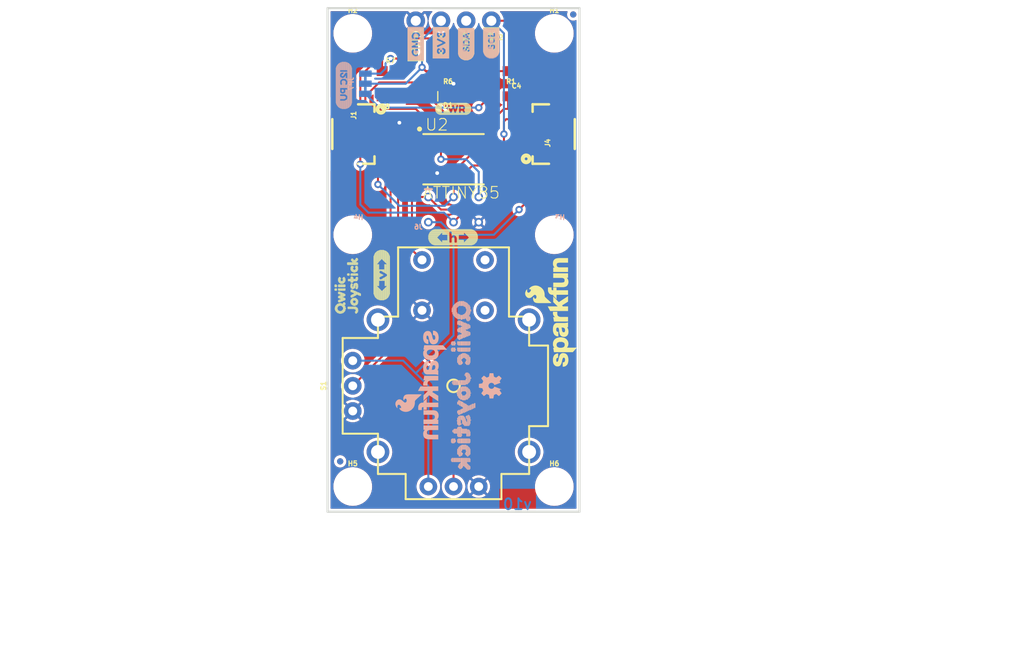
<source format=kicad_pcb>
(kicad_pcb (version 20211014) (generator pcbnew)
  (layers (0 "F.Cu" signal) (31 "B.Cu" signal) (34 "B.Paste" user) (35 "F.Paste" user) (36 "B.SilkS" user "B.Silkscreen") (37 "F.SilkS" user "F.Silkscreen") (38 "B.Mask" user) (39 "F.Mask" user) (44 "Edge.Cuts" user))
  (net 0 "")
  (net 1 "3.3V")
  (net 2 "GND")
  (net 3 "~{RST}")
  (net 4 "N$1")
  (net 5 "SCL")
  (net 6 "SDA")
  (net 7 "VERTICAL")
  (net 8 "HORIZONTAL")
  (net 9 "MISO/6/SELECT")
  (net 10 "N$2")
  (net 11 "N$3")
  (footprint "eagleBoard:ATTINY85" (layer "F.Cu") (at 148.5011 94.8436)
    (fp_text reference "U2" (at -2.921 -2.794) (layer "F.SilkS") (effects (font (size 1.1684 1.1684) (thickness 0.1016)) (justify left bottom)))
    (fp_text value "ATTINY85" (at -3.175 4.064) (layer "F.SilkS") (effects (font (size 1.1684 1.1684) (thickness 0.1016)) (justify left bottom)))
    (pad "1" smd rect (at -3.683 -1.905 270) (size 0.762 1.524) (layers "F.Cu" "F.Paste" "F.Mask") (net 3 "~{RST}"))
    (pad "2" smd rect (at -3.683 -0.635 270) (size 0.762 1.524) (layers "F.Cu" "F.Paste" "F.Mask") (net 7 "VERTICAL"))
    (pad "3" smd rect (at -3.683 0.635 270) (size 0.762 1.524) (layers "F.Cu" "F.Paste" "F.Mask") (net 8 "HORIZONTAL"))
    (pad "4" smd rect (at -3.683 1.905 270) (size 0.762 1.524) (layers "F.Cu" "F.Paste" "F.Mask") (net 2 "GND"))
    (pad "5" smd rect (at 3.727 1.905 90) (size 0.762 1.524) (layers "F.Cu" "F.Paste" "F.Mask") (net 6 "SDA"))
    (pad "6" smd rect (at 3.727 0.635 90) (size 0.762 1.524) (layers "F.Cu" "F.Paste" "F.Mask") (net 9 "MISO/6/SELECT"))
    (pad "7" smd rect (at 3.727 -0.635 90) (size 0.762 1.524) (layers "F.Cu" "F.Paste" "F.Mask") (net 5 "SCL"))
    (pad "8" smd rect (at 3.727 -1.905 90) (size 0.762 1.524) (layers "F.Cu" "F.Paste" "F.Mask") (net 1 "3.3V"))
  )
  (footprint "eagleBoard:STAND-OFF" (layer "F.Cu") (at 158.6611 82.1436)
    (fp_text reference "H1" (at 0 -2.032) (layer "F.SilkS") (effects (font (size 0.48768 0.48768) (thickness 0.12192)) (justify bottom)))
    (fp_text value "STAND-OFF")
    (pad "" np_thru_hole circle (at 0 0) (size 3.302 3.302) (drill 3.302) (layers *.Cu *.Mask))
  )
  (footprint "eagleBoard:1X04_NO_SILK" (layer "F.Cu") (at 152.3111 80.8736 180)
    (fp_text reference "J2" (at -1.27 -1.397 180) (layer "F.SilkS") (effects (font (size 0.48768 0.48768) (thickness 0.12192)) (justify right top)))
    (fp_text value "")
    (pad "1" thru_hole circle (at 0 0 270) (size 1.8796 1.8796) (drill 1.016) (layers *.Cu *.Mask) (net 5 "SCL"))
    (pad "2" thru_hole circle (at 2.54 0 270) (size 1.8796 1.8796) (drill 1.016) (layers *.Cu *.Mask) (net 6 "SDA"))
    (pad "3" thru_hole circle (at 5.08 0 270) (size 1.8796 1.8796) (drill 1.016) (layers *.Cu *.Mask) (net 1 "3.3V"))
    (pad "4" thru_hole circle (at 7.62 0 270) (size 1.8796 1.8796) (drill 1.016) (layers *.Cu *.Mask) (net 2 "GND"))
  )
  (footprint "eagleBoard:STAND-OFF" (layer "F.Cu") (at 158.6611 127.8636)
    (fp_text reference "H6" (at 0 -2.032) (layer "F.SilkS") (effects (font (size 0.48768 0.48768) (thickness 0.12192)) (justify bottom)))
    (fp_text value "STAND-OFF")
    (pad "" np_thru_hole circle (at 0 0) (size 3.302 3.302) (drill 3.302) (layers *.Cu *.Mask))
  )
  (footprint "eagleBoard:MICRO-FIDUCIAL" (layer "F.Cu") (at 137.0711 125.3236)
    (fp_text reference "JP2" hide)
    (fp_text value "FIDUCIALUFIDUCIAL" hide)
    (pad "1" smd roundrect (at 0 0) (size 0.635 0.635) (layers "F.Cu" "F.Mask") (roundrect_rratio 0.5))
  )
  (footprint "eagleBoard:##H##0" (layer "F.Cu") (at 145.8341 102.7176)
    (fp_text reference "U$15" hide)
    (fp_text value "" hide)
  )
  (footprint "eagleBoard:STAND-OFF" (layer "F.Cu") (at 138.3411 127.8636)
    (fp_text reference "H5" (at 0 -2.032) (layer "F.SilkS") (effects (font (size 0.48768 0.48768) (thickness 0.12192)) (justify bottom)))
    (fp_text value "STAND-OFF")
    (pad "" np_thru_hole circle (at 0 0) (size 3.302 3.302) (drill 3.302) (layers *.Cu *.Mask))
  )
  (footprint "eagleBoard:0603" (layer "F.Cu") (at 142.1511 88.4936 180)
    (fp_text reference "R8" (at 0 -0.762 180) (layer "F.SilkS") (effects (font (size 0.48768 0.48768) (thickness 0.12192)) (justify right top)))
    (fp_text value "10k")
    (pad "1" smd rect (at -0.85 0 180) (size 1.1 1) (layers "F.Cu" "F.Paste" "F.Mask") (net 1 "3.3V"))
    (pad "2" smd rect (at 0.85 0 180) (size 1.1 1) (layers "F.Cu" "F.Paste" "F.Mask") (net 3 "~{RST}"))
  )
  (footprint "eagleBoard:1X04_1MM_RA" (layer "F.Cu") (at 156.1211 92.3036 90)
    (fp_text reference "J4" (at -1.397 2.159 90) (layer "F.SilkS") (effects (font (size 0.48768 0.48768) (thickness 0.12192)) (justify left bottom)))
    (fp_text value "")
    (pad "1" smd rect (at -1.5 0 90) (size 0.6 1.35) (layers "F.Cu" "F.Paste" "F.Mask") (net 2 "GND"))
    (pad "2" smd rect (at -0.5 0 90) (size 0.6 1.35) (layers "F.Cu" "F.Paste" "F.Mask") (net 1 "3.3V"))
    (pad "3" smd rect (at 0.5 0 90) (size 0.6 1.35) (layers "F.Cu" "F.Paste" "F.Mask") (net 6 "SDA"))
    (pad "4" smd rect (at 1.5 0 90) (size 0.6 1.35) (layers "F.Cu" "F.Paste" "F.Mask") (net 5 "SCL"))
    (pad "NC1" smd rect (at 2.8 3.675 90) (size 1.2 2) (layers "F.Cu" "F.Paste" "F.Mask"))
    (pad "NC2" smd rect (at -2.8 3.675 90) (size 1.2 2) (layers "F.Cu" "F.Paste" "F.Mask"))
  )
  (footprint "eagleBoard:SDA2" (layer "F.Cu") (at 149.7711 84.9376 90)
    (fp_text reference "U$12" hide)
    (fp_text value "" hide)
  )
  (footprint "eagleBoard:SFE_LOGO_NAME_FLAME_.1" (layer "F.Cu") (at 159.4231 110.2106 90)
    (fp_text reference "U$2" hide)
    (fp_text value "SFE_LOGO_NAME_FLAME.1_INCH" hide)
  )
  (footprint "eagleBoard:JOYSTICK0" (layer "F.Cu") (at 138.3411 111.3536 90)
    (fp_text reference "U$10" hide)
    (fp_text value "" hide)
  )
  (footprint "eagleBoard:LED-0603" (layer "F.Cu") (at 148.5011 88.4936 180)
    (fp_text reference "D1" (at 0 -0.635 180) (layer "F.SilkS") (effects (font (size 0.48768 0.48768) (thickness 0.12192)) (justify right top)))
    (fp_text value "RED")
    (pad "A" smd roundrect (at -0.877 0 90) (size 1 1) (layers "F.Cu" "F.Paste" "F.Mask") (roundrect_rratio 0.15) (net 4 "N$1"))
    (pad "C" smd roundrect (at 0.877 0 90) (size 1 1) (layers "F.Cu" "F.Paste" "F.Mask") (roundrect_rratio 0.15) (net 2 "GND"))
  )
  (footprint "eagleBoard:QWIIC0" (layer "F.Cu") (at 137.0711 111.3536 90)
    (fp_text reference "U$3" hide)
    (fp_text value "" hide)
  )
  (footprint "eagleBoard:0603" (layer "F.Cu") (at 148.5011 85.9536 180)
    (fp_text reference "R6" (at 0 -0.762 180) (layer "F.SilkS") (effects (font (size 0.48768 0.48768) (thickness 0.12192)) (justify right top)))
    (fp_text value "1k")
    (pad "1" smd rect (at -0.85 0 180) (size 1.1 1) (layers "F.Cu" "F.Paste" "F.Mask") (net 4 "N$1"))
    (pad "2" smd rect (at 0.85 0 180) (size 1.1 1) (layers "F.Cu" "F.Paste" "F.Mask") (net 1 "3.3V"))
  )
  (footprint "eagleBoard:1X04_1MM_RA" (layer "F.Cu") (at 140.8811 92.3036 -90)
    (fp_text reference "J1" (at -1.397 2.159 -90) (layer "F.SilkS") (effects (font (size 0.48768 0.48768) (thickness 0.12192)) (justify left bottom)))
    (fp_text value "")
    (pad "1" smd rect (at -1.5 0 270) (size 0.6 1.35) (layers "F.Cu" "F.Paste" "F.Mask") (net 2 "GND"))
    (pad "2" smd rect (at -0.5 0 270) (size 0.6 1.35) (layers "F.Cu" "F.Paste" "F.Mask") (net 1 "3.3V"))
    (pad "3" smd rect (at 0.5 0 270) (size 0.6 1.35) (layers "F.Cu" "F.Paste" "F.Mask") (net 6 "SDA"))
    (pad "4" smd rect (at 1.5 0 270) (size 0.6 1.35) (layers "F.Cu" "F.Paste" "F.Mask") (net 5 "SCL"))
    (pad "NC1" smd rect (at 2.8 3.675 270) (size 1.2 2) (layers "F.Cu" "F.Paste" "F.Mask"))
    (pad "NC2" smd rect (at -2.8 3.675 270) (size 1.2 2) (layers "F.Cu" "F.Paste" "F.Mask"))
  )
  (footprint "eagleBoard:##V##1" (layer "F.Cu") (at 141.2621 109.1946 90)
    (fp_text reference "U$7" hide)
    (fp_text value "" hide)
  )
  (footprint "eagleBoard:3V35" (layer "F.Cu") (at 147.2311 85.1916 90)
    (fp_text reference "U$16" hide)
    (fp_text value "" hide)
  )
  (footprint "eagleBoard:PWR-()-03" (layer "F.Cu") (at 146.5961 89.7636)
    (fp_text reference "U$14" hide)
    (fp_text value "" hide)
  )
  (footprint "eagleBoard:GND4" (layer "F.Cu") (at 144.6911 85.4456 90)
    (fp_text reference "U$6" hide)
    (fp_text value "" hide)
  )
  (footprint "eagleBoard:0603" (layer "F.Cu") (at 142.1511 85.9536)
    (fp_text reference "R7" (at 0 -0.762) (layer "F.SilkS") (effects (font (size 0.48768 0.48768) (thickness 0.12192)) (justify bottom)))
    (fp_text value "2.2k")
    (pad "1" smd rect (at -0.85 0) (size 1.1 1) (layers "F.Cu" "F.Paste" "F.Mask") (net 6 "SDA"))
    (pad "2" smd rect (at 0.85 0) (size 1.1 1) (layers "F.Cu" "F.Paste" "F.Mask") (net 10 "N$2"))
  )
  (footprint "eagleBoard:MICRO-FIDUCIAL" (layer "F.Cu") (at 160.5661 80.2386 -90)
    (fp_text reference "JP1" hide)
    (fp_text value "FIDUCIALUFIDUCIAL" hide)
    (pad "1" smd roundrect (at 0 0 270) (size 0.635 0.635) (layers "F.Cu" "F.Mask") (roundrect_rratio 0.5))
  )
  (footprint "eagleBoard:0603" (layer "F.Cu") (at 154.8511 85.9536 180)
    (fp_text reference "R1" (at 0 -0.762 180) (layer "F.SilkS") (effects (font (size 0.48768 0.48768) (thickness 0.12192)) (justify right top)))
    (fp_text value "2.2k")
    (pad "1" smd rect (at -0.85 0 180) (size 1.1 1) (layers "F.Cu" "F.Paste" "F.Mask") (net 5 "SCL"))
    (pad "2" smd rect (at 0.85 0 180) (size 1.1 1) (layers "F.Cu" "F.Paste" "F.Mask") (net 11 "N$3"))
  )
  (footprint "eagleBoard:0603" (layer "F.Cu") (at 154.8511 88.4936)
    (fp_text reference "C4" (at 0 -0.762) (layer "F.SilkS") (effects (font (size 0.48768 0.48768) (thickness 0.12192)) (justify bottom)))
    (fp_text value "0.1uF")
    (pad "1" smd rect (at -0.85 0) (size 1.1 1) (layers "F.Cu" "F.Paste" "F.Mask") (net 1 "3.3V"))
    (pad "2" smd rect (at 0.85 0) (size 1.1 1) (layers "F.Cu" "F.Paste" "F.Mask") (net 2 "GND"))
  )
  (footprint "eagleBoard:STAND-OFF" (layer "F.Cu") (at 138.3411 82.1436)
    (fp_text reference "H2" (at 0 -2.032) (layer "F.SilkS") (effects (font (size 0.48768 0.48768) (thickness 0.12192)) (justify bottom)))
    (fp_text value "STAND-OFF")
    (pad "" np_thru_hole circle (at 0 0) (size 3.302 3.302) (drill 3.302) (layers *.Cu *.Mask))
  )
  (footprint "eagleBoard:JOYSTICK" (layer "F.Cu") (at 148.5011 117.7036)
    (fp_text reference "S1" (at -12.827 0 90) (layer "F.SilkS") (effects (font (size 0.48768 0.48768) (thickness 0.12192)) (justify bottom)))
    (fp_text value "JOYSTICK_THUMB")
    (pad "B1A" thru_hole circle (at -3.175 -12.7) (size 1.778 1.778) (drill 0.9) (layers *.Cu *.Mask) (net 9 "MISO/6/SELECT"))
    (pad "B1B" thru_hole circle (at 3.175 -12.7) (size 1.778 1.778) (drill 0.9) (layers *.Cu *.Mask))
    (pad "B2A" thru_hole circle (at -3.175 -7.62) (size 1.778 1.778) (drill 0.9) (layers *.Cu *.Mask) (net 2 "GND"))
    (pad "B2B" thru_hole circle (at 3.175 -7.62) (size 1.778 1.778) (drill 0.9) (layers *.Cu *.Mask))
    (pad "H1" thru_hole circle (at -2.54 10.16) (size 1.778 1.778) (drill 0.889) (layers *.Cu *.Mask) (net 1 "3.3V"))
    (pad "H2" thru_hole circle (at 0 10.16) (size 1.778 1.778) (drill 0.889) (layers *.Cu *.Mask) (net 8 "HORIZONTAL"))
    (pad "H3" thru_hole circle (at 2.54 10.16) (size 1.778 1.778) (drill 0.889) (layers *.Cu *.Mask) (net 2 "GND"))
    (pad "MOUNT1" thru_hole circle (at -7.62 -6.6675) (size 2.286 2.286) (drill 1.397) (layers *.Cu *.Mask))
    (pad "MOUNT2" thru_hole circle (at -7.62 6.6675) (size 2.286 2.286) (drill 1.397) (layers *.Cu *.Mask))
    (pad "MOUNT3" thru_hole circle (at 7.62 6.6675) (size 2.286 2.286) (drill 1.397) (layers *.Cu *.Mask))
    (pad "MOUNT4" thru_hole circle (at 7.62 -6.6675) (size 2.286 2.286) (drill 1.397) (layers *.Cu *.Mask))
    (pad "V1" thru_hole circle (at -10.16 -2.54) (size 1.778 1.778) (drill 0.889) (layers *.Cu *.Mask) (net 1 "3.3V"))
    (pad "V2" thru_hole circle (at -10.16 0) (size 1.778 1.778) (drill 0.889) (layers *.Cu *.Mask) (net 7 "VERTICAL"))
    (pad "V3" thru_hole circle (at -10.16 2.54) (size 1.778 1.778) (drill 0.889) (layers *.Cu *.Mask) (net 2 "GND"))
  )
  (footprint "eagleBoard:REVISION" (layer "F.Cu") (at 134.5311 145.6436)
    (fp_text reference "LOGO2" hide)
    (fp_text value "REVISION" hide)
  )
  (footprint "eagleBoard:SCL3" (layer "F.Cu") (at 152.3111 84.6836 90)
    (fp_text reference "U$11" hide)
    (fp_text value "" hide)
  )
  (footprint "eagleBoard:CREATIVE_COMMONS" (layer "F.Cu") (at 123.1011 143.1036)
    (fp_text reference "FRAME1" hide)
    (fp_text value "FRAME-LETTER" hide)
  )
  (footprint "eagleBoard:SFE_LOGO_NAME_FLAME_.1" (layer "B.Cu") (at 146.3421 117.7036 -90)
    (fp_text reference "U$1" hide)
    (fp_text value "SFE_LOGO_NAME_FLAME.1_INCH" hide)
  )
  (footprint "eagleBoard:3V35" (layer "B.Cu") (at 147.2311 81.0006 -90)
    (fp_text reference "U$17" hide)
    (fp_text value "" hide)
  )
  (footprint "eagleBoard:2X3_TEST_POINTS" (layer "B.Cu") (at 148.5011 99.9236)
    (fp_text reference "J6" (at -3.048 2.032 180) (layer "B.SilkS") (effects (font (size 0.48768 0.48768) (thickness 0.12192)) (justify left bottom mirror)))
    (fp_text value "AVR_SPI_PROG_3X2TESTPOINTS")
    (pad "1" thru_hole circle (at -2.54 -1.27) (size 0.8636 0.8636) (drill 0.508) (layers *.Cu) (net 9 "MISO/6/SELECT"))
    (pad "2" thru_hole circle (at -2.54 1.27) (size 0.8636 0.8636) (drill 0.508) (layers *.Cu) (net 1 "3.3V"))
    (pad "3" thru_hole circle (at 0 -1.27) (size 0.8636 0.8636) (drill 0.508) (layers *.Cu) (net 5 "SCL"))
    (pad "4" thru_hole circle (at 0 1.27) (size 0.8636 0.8636) (drill 0.508) (layers *.Cu) (net 6 "SDA"))
    (pad "5" thru_hole circle (at 2.54 -1.27) (size 0.8636 0.8636) (drill 0.508) (layers *.Cu) (net 3 "~{RST}"))
    (pad "6" thru_hole circle (at 2.54 1.27) (size 0.8636 0.8636) (drill 0.508) (layers *.Cu) (net 2 "GND"))
  )
  (footprint "eagleBoard:SCL1" (layer "B.Cu") (at 152.3111 81.1276 -90)
    (fp_text reference "U$9" hide)
    (fp_text value "" hide)
  )
  (footprint "eagleBoard:SMT-JUMPER_3_2-NC_TRACE_NO-SILK" (layer "B.Cu") (at 139.6111 87.2236 -90)
    (fp_text reference "JP7" (at 0 1.143 90) (layer "B.SilkS") (effects (font (size 0.48768 0.48768) (thickness 0.12192)) (justify bottom mirror)))
    (fp_text value "JUMPER-SMT_3_2-NC_TRACE_NO-SILK")
    (fp_poly (pts (xy 0.3048 -0.127) (xy 0.7112 -0.127) (xy 0.7112 0.127) (xy 0.3048 0.127)) (layer "B.Cu") (width 0) (fill solid))
    (fp_poly (pts (xy -0.7112 -0.127) (xy -0.3048 -0.127) (xy -0.3048 0.127) (xy -0.7112 0.127)) (layer "B.Cu") (width 0) (fill solid))
    (pad "1" smd rect (at -1.016 0 270) (size 0.635 1.27) (layers "B.Cu" "B.Mask") (net 10 "N$2"))
    (pad "2" smd rect (at 0 0 270) (size 0.635 1.27) (layers "B.Cu" "B.Mask") (net 1 "3.3V"))
    (pad "3" smd rect (at 1.016 0 270) (size 0.635 1.27) (layers "B.Cu" "B.Mask") (net 11 "N$3"))
  )
  (footprint "eagleBoard:QWIIC_JOYSTICK1" (layer "B.Cu") (at 149.2631 107.5436 -90)
    (fp_text reference "U$13" hide)
    (fp_text value "" hide)
  )
  (footprint "eagleBoard:I2C_PU0" (layer "B.Cu") (at 137.4521 84.9376 -90)
    (fp_text reference "U$4" hide)
    (fp_text value "" hide)
  )
  (footprint "eagleBoard:OSHW-LOGO-MINI" (layer "B.Cu") (at 152.3111 117.7036 -90)
    (fp_text reference "LOGO1" hide)
    (fp_text value "OSHW-LOGOMINI" hide)
  )
  (footprint "eagleBoard:MICRO-FIDUCIAL" (layer "B.Cu") (at 137.0711 125.3236 -90)
    (fp_text reference "JP3" hide)
    (fp_text value "FIDUCIALUFIDUCIAL" hide)
    (pad "1" smd roundrect (at 0 0 270) (size 0.635 0.635) (layers "B.Cu" "B.Mask") (roundrect_rratio 0.5))
  )
  (footprint "eagleBoard:STAND-OFF" (layer "B.Cu") (at 138.3411 102.4636 180)
    (fp_text reference "H4" (at 0 2.032) (layer "B.SilkS") (effects (font (size 0.48768 0.48768) (thickness 0.12192)) (justify right top mirror)))
    (fp_text value "STAND-OFF")
    (pad "" np_thru_hole circle (at 0 0 180) (size 3.302 3.302) (drill 3.302) (layers *.Cu *.Mask))
  )
  (footprint "eagleBoard:MICRO-FIDUCIAL" (layer "B.Cu") (at 160.5661 80.2386 -90)
    (fp_text reference "JP6" hide)
    (fp_text value "FIDUCIALUFIDUCIAL" hide)
    (pad "1" smd roundrect (at 0 0 270) (size 0.635 0.635) (layers "B.Cu" "B.Mask") (roundrect_rratio 0.5))
  )
  (footprint "eagleBoard:STAND-OFF" (layer "B.Cu") (at 158.6611 102.4636 180)
    (fp_text reference "H3" (at 0 2.032) (layer "B.SilkS") (effects (font (size 0.48768 0.48768) (thickness 0.12192)) (justify right top mirror)))
    (fp_text value "STAND-OFF")
    (pad "" np_thru_hole circle (at 0 0 180) (size 3.302 3.302) (drill 3.302) (layers *.Cu *.Mask))
  )
  (footprint "eagleBoard:SDA0" (layer "B.Cu") (at 149.7711 81.1276 -90)
    (fp_text reference "U$5" hide)
    (fp_text value "" hide)
  )
  (footprint "eagleBoard:GND4" (layer "B.Cu") (at 144.6911 81.0006 -90)
    (fp_text reference "U$8" hide)
    (fp_text value "" hide)
  )
  (gr_line (start 135.8011 79.6036) (end 161.2011 79.6036) (layer "Edge.Cuts") (width 0.2032))
  (gr_line (start 135.8011 79.6036) (end 135.8011 130.4036) (layer "Edge.Cuts") (width 0.2032))
  (gr_line (start 161.2011 79.6036) (end 161.2011 130.4036) (layer "Edge.Cuts") (width 0.2032))
  (gr_line (start 161.2011 130.4036) (end 135.8011 130.4036) (layer "Edge.Cuts") (width 0.2032))
  (gr_text "v10" (at 156.5021 130.2766) (layer "B.Cu") (effects (font (size 1.0795 1.0795) (thickness 0.1905)) (justify left bottom mirror)))
  (segment (start 152.2281 92.9386) (end 152.2281 91.0336) (width 0.2032) (layer "F.Cu") (net 1))
  (segment (start 152.3111 91.0336) (end 153.5811 89.7636) (width 0.2032) (layer "F.Cu") (net 1))
  (segment (start 157.6451 92.8116) (end 157.6451 95.3516) (width 0.2032) (layer "F.Cu") (net 1))
  (segment (start 152.2281 91.0336) (end 152.3111 91.0336) (width 0.2032) (layer "F.Cu") (net 1))
  (segment (start 143.0011 88.4936) (end 145.9611 88.4936) (width 0.2032) (layer "F.Cu") (net 1))
  (segment (start 155.1051 99.9236) (end 157.6451 97.3836) (width 0.2032) (layer "F.Cu") (net 1))
  (segment (start 145.9611 87.0966) (end 145.9611 86.2076) (width 0.2032) (layer "F.Cu") (net 1))
  (segment (start 154.0011 89.7636) (end 156.6291 89.7636) (width 0.2032) (layer "F.Cu") (net 1))
  (segment (start 139.6111 91.8036) (end 139.6111 88.4936) (width 0.2032) (layer "F.Cu") (net 1))
  (segment (start 145.7071 85.9536) (end 145.3261 85.5726) (width 0.2032) (layer "F.Cu") (net 1))
  (segment (start 156.1211 92.8036) (end 157.6371 92.8036) (width 0.2032) (layer "F.Cu") (net 1))
  (segment (start 153.5811 89.7636) (end 154.0011 89.7636) (width 0.2032) (layer "F.Cu") (net 1))
  (segment (start 157.6451 90.7796) (end 157.6451 92.8116) (width 0.2032) (layer "F.Cu") (net 1))
  (segment (start 156.6291 89.7636) (end 157.6451 90.7796) (width 0.2032) (layer "F.Cu") (net 1))
  (segment (start 157.6451 95.3516) (end 157.6451 97.3836) (width 0.2032) (layer "F.Cu") (net 1))
  (segment (start 141.0081 87.0966) (end 145.9611 87.0966) (width 0.2032) (layer "F.Cu") (net 1))
  (segment (start 147.6511 85.9536) (end 145.7071 85.9536) (width 0.2032) (layer "F.Cu") (net 1))
  (segment (start 145.9611 88.4936) (end 148.5011 91.0336) (width 0.2032) (layer "F.Cu") (net 1))
  (segment (start 145.9611 88.4936) (end 145.9611 87.0966) (width 0.2032) (layer "F.Cu") (net 1))
  (segment (start 157.6371 92.8036) (end 157.6451 92.8116) (width 0.2032) (layer "F.Cu") (net 1))
  (segment (start 140.8811 91.8036) (end 139.6111 91.8036) (width 0.2032) (layer "F.Cu") (net 1))
  (segment (start 148.5011 91.0336) (end 152.2281 91.0336) (width 0.2032) (layer "F.Cu") (net 1))
  (segment (start 154.0011 88.4936) (end 154.0011 89.7636) (width 0.2032) (layer "F.Cu") (net 1))
  (segment (start 139.6111 88.4936) (end 141.0081 87.0966) (width 0.2032) (layer "F.Cu") (net 1))
  (segment (start 145.9611 86.2076) (end 145.3261 85.5726) (width 0.2032) (layer "F.Cu") (net 1))
  (via (at 155.1051 99.9236) (size 0.7366) (drill 0.381) (layers "F.Cu" "B.Cu") (net 1))
  (via (at 145.3261 85.5726) (size 0.7366) (drill 0.381) (layers "F.Cu" "B.Cu") (net 1))
  (segment (start 139.6111 87.2236) (end 143.6751 87.2236) (width 0.2032) (layer "B.Cu") (net 1))
  (segment (start 148.5011 102.4636) (end 148.5011 112.6236) (width 0.2032) (layer "B.Cu") (net 1))
  (segment (start 143.4211 115.1636) (end 144.6911 116.4336) (width 0.2032) (layer "B.Cu") (net 1))
  (segment (start 147.2311 101.1936) (end 148.5011 102.4636) (width 0.2032) (layer "B.Cu") (net 1))
  (segment (start 145.9611 101.1936) (end 147.2311 101.1936) (width 0.2032) (layer "B.Cu") (net 1))
  (segment (start 148.5011 112.6236) (end 144.6911 116.4336) (width 0.2032) (layer "B.Cu") (net 1))
  (segment (start 148.5011 102.4636) (end 152.5651 102.4636) (width 0.2032) (layer "B.Cu") (net 1))
  (segment (start 147.2311 80.8736) (end 145.3261 82.7786) (width 0.2032) (layer "B.Cu") (net 1))
  (segment (start 152.5651 102.4636) (end 155.1051 99.9236) (width 0.2032) (layer "B.Cu") (net 1))
  (segment (start 144.6911 116.4336) (end 145.9611 117.7036) (width 0.2032) (layer "B.Cu") (net 1))
  (segment (start 145.9611 117.7036) (end 145.9611 127.8636) (width 0.2032) (layer "B.Cu") (net 1))
  (segment (start 145.3261 82.7786) (end 145.3261 85.5726) (width 0.2032) (layer "B.Cu") (net 1))
  (segment (start 138.3411 115.1636) (end 143.4211 115.1636) (width 0.2032) (layer "B.Cu") (net 1))
  (segment (start 143.6751 87.2236) (end 145.3261 85.5726) (width 0.2032) (layer "B.Cu") (net 1))
  (via (at 146.8501 96.2406) (size 0.7366) (drill 0.381) (layers "F.Cu" "B.Cu") (net 2))
  (via (at 143.0401 91.1606) (size 0.7366) (drill 0.381) (layers "F.Cu" "B.Cu") (net 2))
  (via (at 148.5011 87.2236) (size 0.7366) (drill 0.381) (layers "F.Cu" "B.Cu") (net 2))
  (segment (start 147.2311 94.8436) (end 147.2311 92.9386) (width 0.2032) (layer "F.Cu") (net 3))
  (segment (start 147.2311 92.3036) (end 144.6911 89.7636) (width 0.2032) (layer "F.Cu") (net 3))
  (segment (start 141.7701 89.7636) (end 141.3011 89.2946) (width 0.2032) (layer "F.Cu") (net 3))
  (segment (start 147.2311 92.9386) (end 147.2311 92.3036) (width 0.2032) (layer "F.Cu") (net 3))
  (segment (start 144.8181 92.9386) (end 147.2311 92.9386) (width 0.2032) (layer "F.Cu") (net 3))
  (segment (start 144.6911 89.7636) (end 141.7701 89.7636) (width 0.2032) (layer "F.Cu") (net 3))
  (segment (start 141.3011 89.2946) (end 141.3011 88.4936) (width 0.2032) (layer "F.Cu") (net 3))
  (via (at 147.2311 94.8436) (size 0.7366) (drill 0.381) (layers "F.Cu" "B.Cu") (net 3))
  (segment (start 151.0411 98.6536) (end 151.0411 96.1136) (width 0.2032) (layer "B.Cu") (net 3))
  (segment (start 151.0411 96.1136) (end 149.7711 94.8436) (width 0.2032) (layer "B.Cu") (net 3))
  (segment (start 149.7711 94.8436) (end 147.2311 94.8436) (width 0.2032) (layer "B.Cu") (net 3))
  (segment (start 150.5331 85.9536) (end 151.0411 86.4616) (width 0.2032) (layer "F.Cu") (net 4))
  (segment (start 151.0411 86.4616) (end 151.0411 87.9856) (width 0.2032) (layer "F.Cu") (net 4))
  (segment (start 149.3511 85.9536) (end 150.5331 85.9536) (width 0.2032) (layer "F.Cu") (net 4))
  (segment (start 149.3781 88.4936) (end 150.5331 88.4936) (width 0.2032) (layer "F.Cu") (net 4))
  (segment (start 151.0411 87.9856) (end 150.5331 88.4936) (width 0.2032) (layer "F.Cu") (net 4))
  (segment (start 140.8811 93.8036) (end 140.8811 97.3836) (width 0.2032) (layer "F.Cu") (net 5))
  (segment (start 156.1211 90.8036) (end 153.8111 90.8036) (width 0.2032) (layer "F.Cu") (net 5))
  (segment (start 152.2281 94.2086) (end 150.4061 94.2086) (width 0.2032) (layer "F.Cu") (net 5))
  (segment (start 150.4061 94.2086) (end 148.5011 96.1136) (width 0.2032) (layer "F.Cu") (net 5))
  (segment (start 153.4541 94.2086) (end 153.5811 94.0816) (width 0.2032) (layer "F.Cu") (net 5))
  (segment (start 155.7011 82.9936) (end 153.5811 80.8736) (width 0.2032) (layer "F.Cu") (net 5))
  (segment (start 148.5011 98.6536) (end 148.5011 96.1136) (width 0.2032) (layer "F.Cu") (net 5))
  (segment (start 153.5811 80.8736) (end 152.3111 80.8736) (width 0.2032) (layer "F.Cu") (net 5))
  (segment (start 153.5811 94.0816) (end 153.5811 92.3036) (width 0.2032) (layer "F.Cu") (net 5))
  (segment (start 153.8111 90.8036) (end 153.5811 91.0336) (width 0.2032) (layer "F.Cu") (net 5))
  (segment (start 153.5811 91.0336) (end 153.5811 92.3036) (width 0.2032) (layer "F.Cu") (net 5))
  (segment (start 152.2281 94.2086) (end 153.4541 94.2086) (width 0.2032) (layer "F.Cu") (net 5))
  (segment (start 155.7011 85.9536) (end 155.7011 82.9936) (width 0.2032) (layer "F.Cu") (net 5))
  (via (at 140.8811 97.3836) (size 0.7366) (drill 0.381) (layers "F.Cu" "B.Cu") (net 5))
  (via (at 153.5811 92.3036) (size 0.7366) (drill 0.381) (layers "F.Cu" "B.Cu") (net 5))
  (segment (start 153.5811 82.1436) (end 152.3111 80.8736) (width 0.2032) (layer "B.Cu") (net 5))
  (segment (start 147.6121 99.5426) (end 148.5011 98.6536) (width 0.2032) (layer "B.Cu") (net 5))
  (segment (start 153.5811 92.3036) (end 153.5811 89.7636) (width 0.2032) (layer "B.Cu") (net 5))
  (segment (start 143.0401 99.5426) (end 147.6121 99.5426) (width 0.2032) (layer "B.Cu") (net 5))
  (segment (start 140.8811 97.3836) (end 143.0401 99.5426) (width 0.2032) (layer "B.Cu") (net 5))
  (segment (start 153.5811 89.7636) (end 153.5811 82.1436) (width 0.2032) (layer "B.Cu") (net 5))
  (segment (start 139.1031 95.3516) (end 139.1031 92.8116) (width 0.2032) (layer "F.Cu") (net 6))
  (segment (start 154.7241 92.1766) (end 154.7241 95.6056) (width 0.2032) (layer "F.Cu") (net 6))
  (segment (start 153.5811 96.7486) (end 153.5811 98.6536) (width 0.2032) (layer "F.Cu") (net 6))
  (segment (start 149.2631 82.6516) (end 149.7711 82.1436) (width 0.2032) (layer "F.Cu") (net 6))
  (segment (start 149.7711 82.1436) (end 149.7711 80.8736) (width 0.2032) (layer "F.Cu") (net 6))
  (segment (start 140.8811 92.8036) (end 139.1111 92.8036) (width 0.2032) (layer "F.Cu") (net 6))
  (segment (start 141.3011 83.6286) (end 142.2781 82.6516) (width 0.2032) (layer "F.Cu") (net 6))
  (segment (start 152.0571 100.1776) (end 149.5171 100.1776) (width 0.2032) (layer "F.Cu") (net 6))
  (segment (start 141.3011 85.9536) (end 141.3011 84.6836) (width 0.2032) (layer "F.Cu") (net 6))
  (segment (start 153.5811 96.7486) (end 153.8986 96.4311) (width 0.2032) (layer "F.Cu") (net 6))
  (segment (start 153.5811 98.6536) (end 152.0571 100.1776) (width 0.2032) (layer "F.Cu") (net 6))
  (segment (start 156.1211 91.8036) (end 155.0971 91.8036) (width 0.2032) (layer "F.Cu") (net 6))
  (segment (start 152.2281 96.7486) (end 153.5811 96.7486) (width 0.2032) (layer "F.Cu") (net 6))
  (segment (start 139.1111 92.8036) (end 139.1031 92.8116) (width 0.2032) (layer "F.Cu") (net 6))
  (segment (start 139.1031 86.4616) (end 140.8811 84.6836) (width 0.2032) (layer "F.Cu") (net 6))
  (segment (start 140.8811 84.6836) (end 141.3011 84.6836) (width 0.2032) (layer "F.Cu") (net 6))
  (segment (start 149.5171 100.1776) (end 148.5011 101.1936) (width 0.2032) (layer "F.Cu") (net 6))
  (segment (start 155.0971 91.8036) (end 154.7241 92.1766) (width 0.2032) (layer "F.Cu") (net 6))
  (segment (start 139.1031 92.8116) (end 139.1031 86.4616) (width 0.2032) (layer "F.Cu") (net 6))
  (segment (start 142.2781 82.6516) (end 149.2631 82.6516) (width 0.2032) (layer "F.Cu") (net 6))
  (segment (start 154.7241 95.6056) (end 153.8986 96.4311) (width 0.2032) (layer "F.Cu") (net 6))
  (segment (start 141.3011 84.6836) (end 141.3011 83.6286) (width 0.2032) (layer "F.Cu") (net 6))
  (via (at 139.1031 95.3516) (size 0.7366) (drill 0.381) (layers "F.Cu" "B.Cu") (net 6))
  (segment (start 147.5359 100.2284) (end 139.9159 100.2284) (width 0.2032) (layer "B.Cu") (net 6))
  (segment (start 148.5011 101.1936) (end 147.5359 100.2284) (width 0.2032) (layer "B.Cu") (net 6))
  (segment (start 139.9159 100.2284) (end 139.1031 99.4156) (width 0.2032) (layer "B.Cu") (net 6))
  (segment (start 139.1031 99.4156) (end 139.1031 95.3516) (width 0.2032) (layer "B.Cu") (net 6))
  (segment (start 142.7861 94.2086) (end 144.8181 94.2086) (width 0.2032) (layer "F.Cu") (net 7))
  (segment (start 143.0401 113.0046) (end 138.3411 117.7036) (width 0.2032) (layer "F.Cu") (net 7))
  (segment (start 143.0401 109.7026) (end 143.0401 113.0046) (width 0.2032) (layer "F.Cu") (net 7))
  (segment (start 142.1511 108.8136) (end 143.0401 109.7026) (width 0.2032) (layer "F.Cu") (net 7))
  (segment (start 142.1511 94.8436) (end 142.1511 108.8136) (width 0.2032) (layer "F.Cu") (net 7))
  (segment (start 142.1511 94.8436) (end 142.7861 94.2086) (width 0.2032) (layer "F.Cu") (net 7))
  (segment (start 148.5011 117.7036) (end 143.8021 113.0046) (width 0.2032) (layer "F.Cu") (net 8))
  (segment (start 144.8181 95.4786) (end 143.2941 95.4786) (width 0.2032) (layer "F.Cu") (net 8))
  (segment (start 148.5011 127.8636) (end 148.5011 117.7036) (width 0.2032) (layer "F.Cu") (net 8))
  (segment (start 143.2941 95.4786) (end 142.9131 95.8596) (width 0.2032) (layer "F.Cu") (net 8))
  (segment (start 142.9131 95.8596) (end 142.9131 108.3056) (width 0.2032) (layer "F.Cu") (net 8))
  (segment (start 142.9131 108.3056) (end 143.8021 109.1946) (width 0.2032) (layer "F.Cu") (net 8))
  (segment (start 143.8021 113.0046) (end 143.8021 109.1946) (width 0.2032) (layer "F.Cu") (net 8))
  (segment (start 149.7711 96.1136) (end 149.7711 98.6536) (width 0.2032) (layer "F.Cu") (net 9))
  (segment (start 144.3101 103.9876) (end 144.3101 99.0346) (width 0.2032) (layer "F.Cu") (net 9))
  (segment (start 152.2281 95.4786) (end 150.4061 95.4786) (width 0.2032) (layer "F.Cu") (net 9))
  (segment (start 147.2311 99.9236) (end 145.9611 98.6536) (width 0.2032) (layer "F.Cu") (net 9))
  (segment (start 149.7711 98.6536) (end 148.5011 99.9236) (width 0.2032) (layer "F.Cu") (net 9))
  (segment (start 148.5011 99.9236) (end 147.2311 99.9236) (width 0.2032) (layer "F.Cu") (net 9))
  (segment (start 144.6911 98.6536) (end 145.9611 98.6536) (width 0.2032) (layer "F.Cu") (net 9))
  (segment (start 145.3261 105.0036) (end 144.3101 103.9876) (width 0.2032) (layer "F.Cu") (net 9))
  (segment (start 150.4061 95.4786) (end 149.7711 96.1136) (width 0.2032) (layer "F.Cu") (net 9))
  (segment (start 144.3101 99.0346) (end 144.6911 98.6536) (width 0.2032) (layer "F.Cu") (net 9))
  (segment (start 142.7861 84.6836) (end 142.1511 84.6836) (width 0.2032) (layer "F.Cu") (net 10))
  (segment (start 143.0011 85.9536) (end 143.0011 84.8986) (width 0.2032) (layer "F.Cu") (net 10))
  (segment (start 143.0011 84.8986) (end 142.7861 84.6836) (width 0.2032) (layer "F.Cu") (net 10))
  (via (at 142.1511 84.6836) (size 0.7366) (drill 0.381) (layers "F.Cu" "B.Cu") (net 10))
  (segment (start 139.6111 86.2076) (end 141.1351 86.2076) (width 0.2032) (layer "B.Cu") (net 10))
  (segment (start 141.6431 85.6996) (end 141.1351 86.2076) (width 0.2032) (layer "B.Cu") (net 10))
  (segment (start 142.1511 84.6836) (end 141.6431 85.1916) (width 0.2032) (layer "B.Cu") (net 10))
  (segment (start 141.6431 85.1916) (end 141.6431 85.6996) (width 0.2032) (layer "B.Cu") (net 10))
  (segment (start 152.4381 85.9536) (end 151.6761 86.7156) (width 0.2032) (layer "F.Cu") (net 11))
  (segment (start 154.0011 85.9536) (end 152.4381 85.9536) (width 0.2032) (layer "F.Cu") (net 11))
  (segment (start 151.6761 86.7156) (end 151.6761 89.0016) (width 0.2032) (layer "F.Cu") (net 11))
  (segment (start 151.6761 89.0016) (end 151.0411 89.6366) (width 0.2032) (layer "F.Cu") (net 11))
  (via (at 151.0411 89.6366) (size 0.7366) (drill 0.381) (layers "F.Cu" "B.Cu") (net 11))
  (segment (start 141.0081 89.6366) (end 151.0411 89.6366) (width 0.2032) (layer "B.Cu") (net 11))
  (segment (start 139.6111 88.2396) (end 141.0081 89.6366) (width 0.2032) (layer "B.Cu") (net 11))
  (zone (net 2) (net_name "GND") (layer "F.Cu") (priority 6) (connect_pads (clearance 0.3048)) (min_thickness 0.1016) (fill yes (thermal_gap 0.2532) (thermal_bridge_width 0.2532))
    (polygon (pts (xy 161.3027 130.5052) (xy 135.6995 130.5052) (xy 135.6995 79.502) (xy 161.3027 79.502)))
  )
  (zone (net 2) (net_name "GND") (layer "B.Cu") (priority 6) (connect_pads (clearance 0.3048)) (min_thickness 0.1016) (fill yes (thermal_gap 0.2532) (thermal_bridge_width 0.2532))
    (polygon (pts (xy 161.3027 130.5052) (xy 135.6995 130.5052) (xy 135.6995 79.502) (xy 161.3027 79.502)))
  )
)
</source>
